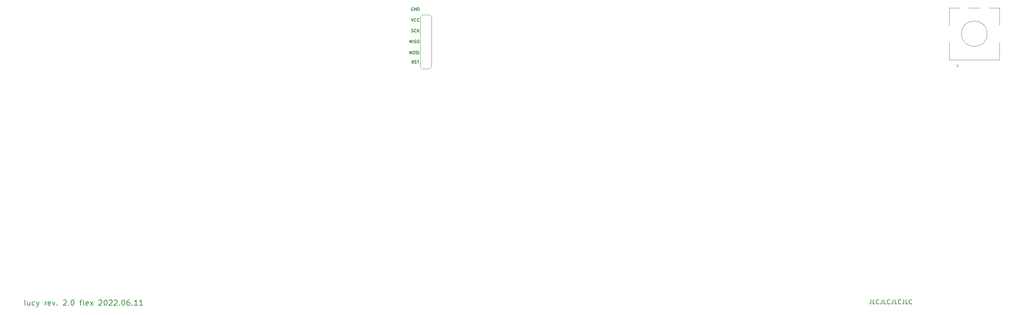
<source format=gto>
G04 #@! TF.GenerationSoftware,KiCad,Pcbnew,(6.0.5-0)*
G04 #@! TF.CreationDate,2022-06-11T09:38:02-05:00*
G04 #@! TF.ProjectId,pcb,7063622e-6b69-4636-9164-5f7063625858,rev?*
G04 #@! TF.SameCoordinates,Original*
G04 #@! TF.FileFunction,Legend,Top*
G04 #@! TF.FilePolarity,Positive*
%FSLAX46Y46*%
G04 Gerber Fmt 4.6, Leading zero omitted, Abs format (unit mm)*
G04 Created by KiCad (PCBNEW (6.0.5-0)) date 2022-06-11 09:38:02*
%MOMM*%
%LPD*%
G01*
G04 APERTURE LIST*
%ADD10C,0.150000*%
%ADD11C,0.200000*%
%ADD12C,0.120000*%
%ADD13C,3.000000*%
%ADD14C,1.750000*%
%ADD15C,3.987800*%
%ADD16R,2.000000X2.000000*%
%ADD17C,2.000000*%
%ADD18R,2.000000X3.200000*%
%ADD19C,3.800000*%
%ADD20O,1.700000X1.700000*%
%ADD21R,1.700000X1.700000*%
%ADD22C,0.650000*%
%ADD23O,1.300000X2.400000*%
%ADD24O,1.300000X1.900000*%
%ADD25C,1.700000*%
G04 APERTURE END LIST*
D10*
X296013577Y-115736694D02*
X296013577Y-116450980D01*
X295965958Y-116593837D01*
X295870720Y-116689075D01*
X295727863Y-116736694D01*
X295632625Y-116736694D01*
X296965958Y-116736694D02*
X296489767Y-116736694D01*
X296489767Y-115736694D01*
X297870720Y-116641456D02*
X297823101Y-116689075D01*
X297680244Y-116736694D01*
X297585005Y-116736694D01*
X297442148Y-116689075D01*
X297346910Y-116593837D01*
X297299291Y-116498599D01*
X297251672Y-116308123D01*
X297251672Y-116165266D01*
X297299291Y-115974790D01*
X297346910Y-115879552D01*
X297442148Y-115784314D01*
X297585005Y-115736694D01*
X297680244Y-115736694D01*
X297823101Y-115784314D01*
X297870720Y-115831933D01*
X298585005Y-115736694D02*
X298585005Y-116450980D01*
X298537386Y-116593837D01*
X298442148Y-116689075D01*
X298299291Y-116736694D01*
X298204053Y-116736694D01*
X299537386Y-116736694D02*
X299061196Y-116736694D01*
X299061196Y-115736694D01*
X300442148Y-116641456D02*
X300394529Y-116689075D01*
X300251672Y-116736694D01*
X300156434Y-116736694D01*
X300013577Y-116689075D01*
X299918339Y-116593837D01*
X299870720Y-116498599D01*
X299823101Y-116308123D01*
X299823101Y-116165266D01*
X299870720Y-115974790D01*
X299918339Y-115879552D01*
X300013577Y-115784314D01*
X300156434Y-115736694D01*
X300251672Y-115736694D01*
X300394529Y-115784314D01*
X300442148Y-115831933D01*
X301156434Y-115736694D02*
X301156434Y-116450980D01*
X301108815Y-116593837D01*
X301013577Y-116689075D01*
X300870720Y-116736694D01*
X300775482Y-116736694D01*
X302108815Y-116736694D02*
X301632625Y-116736694D01*
X301632625Y-115736694D01*
X303013577Y-116641456D02*
X302965958Y-116689075D01*
X302823101Y-116736694D01*
X302727863Y-116736694D01*
X302585005Y-116689075D01*
X302489767Y-116593837D01*
X302442148Y-116498599D01*
X302394529Y-116308123D01*
X302394529Y-116165266D01*
X302442148Y-115974790D01*
X302489767Y-115879552D01*
X302585005Y-115784314D01*
X302727863Y-115736694D01*
X302823101Y-115736694D01*
X302965958Y-115784314D01*
X303013577Y-115831933D01*
X303727863Y-115736694D02*
X303727863Y-116450980D01*
X303680244Y-116593837D01*
X303585005Y-116689075D01*
X303442148Y-116736694D01*
X303346910Y-116736694D01*
X304680244Y-116736694D02*
X304204053Y-116736694D01*
X304204053Y-115736694D01*
X305585005Y-116641456D02*
X305537386Y-116689075D01*
X305394529Y-116736694D01*
X305299291Y-116736694D01*
X305156434Y-116689075D01*
X305061196Y-116593837D01*
X305013577Y-116498599D01*
X304965958Y-116308123D01*
X304965958Y-116165266D01*
X305013577Y-115974790D01*
X305061196Y-115879552D01*
X305156434Y-115784314D01*
X305299291Y-115736694D01*
X305394529Y-115736694D01*
X305537386Y-115784314D01*
X305585005Y-115831933D01*
D11*
X97781689Y-117065476D02*
X97662641Y-117005952D01*
X97603118Y-116886904D01*
X97603118Y-115815476D01*
X98793594Y-116232142D02*
X98793594Y-117065476D01*
X98257880Y-116232142D02*
X98257880Y-116886904D01*
X98317403Y-117005952D01*
X98436451Y-117065476D01*
X98615022Y-117065476D01*
X98734070Y-117005952D01*
X98793594Y-116946428D01*
X99924546Y-117005952D02*
X99805499Y-117065476D01*
X99567403Y-117065476D01*
X99448356Y-117005952D01*
X99388832Y-116946428D01*
X99329308Y-116827380D01*
X99329308Y-116470238D01*
X99388832Y-116351190D01*
X99448356Y-116291666D01*
X99567403Y-116232142D01*
X99805499Y-116232142D01*
X99924546Y-116291666D01*
X100341213Y-116232142D02*
X100638832Y-117065476D01*
X100936451Y-116232142D02*
X100638832Y-117065476D01*
X100519784Y-117363095D01*
X100460260Y-117422619D01*
X100341213Y-117482142D01*
X102365022Y-117065476D02*
X102365022Y-116232142D01*
X102365022Y-116470238D02*
X102424546Y-116351190D01*
X102484070Y-116291666D01*
X102603118Y-116232142D01*
X102722165Y-116232142D01*
X103615022Y-117005952D02*
X103495975Y-117065476D01*
X103257880Y-117065476D01*
X103138832Y-117005952D01*
X103079308Y-116886904D01*
X103079308Y-116410714D01*
X103138832Y-116291666D01*
X103257880Y-116232142D01*
X103495975Y-116232142D01*
X103615022Y-116291666D01*
X103674546Y-116410714D01*
X103674546Y-116529761D01*
X103079308Y-116648809D01*
X104091213Y-116232142D02*
X104388832Y-117065476D01*
X104686451Y-116232142D01*
X105162641Y-116946428D02*
X105222165Y-117005952D01*
X105162641Y-117065476D01*
X105103118Y-117005952D01*
X105162641Y-116946428D01*
X105162641Y-117065476D01*
X106650737Y-115934523D02*
X106710260Y-115875000D01*
X106829308Y-115815476D01*
X107126927Y-115815476D01*
X107245975Y-115875000D01*
X107305499Y-115934523D01*
X107365022Y-116053571D01*
X107365022Y-116172619D01*
X107305499Y-116351190D01*
X106591213Y-117065476D01*
X107365022Y-117065476D01*
X107900737Y-116946428D02*
X107960260Y-117005952D01*
X107900737Y-117065476D01*
X107841213Y-117005952D01*
X107900737Y-116946428D01*
X107900737Y-117065476D01*
X108734070Y-115815476D02*
X108853118Y-115815476D01*
X108972165Y-115875000D01*
X109031689Y-115934523D01*
X109091213Y-116053571D01*
X109150737Y-116291666D01*
X109150737Y-116589285D01*
X109091213Y-116827380D01*
X109031689Y-116946428D01*
X108972165Y-117005952D01*
X108853118Y-117065476D01*
X108734070Y-117065476D01*
X108615022Y-117005952D01*
X108555499Y-116946428D01*
X108495975Y-116827380D01*
X108436451Y-116589285D01*
X108436451Y-116291666D01*
X108495975Y-116053571D01*
X108555499Y-115934523D01*
X108615022Y-115875000D01*
X108734070Y-115815476D01*
X110460260Y-116232142D02*
X110936451Y-116232142D01*
X110638832Y-117065476D02*
X110638832Y-115994047D01*
X110698356Y-115875000D01*
X110817403Y-115815476D01*
X110936451Y-115815476D01*
X111531689Y-117065476D02*
X111412641Y-117005952D01*
X111353118Y-116886904D01*
X111353118Y-115815476D01*
X112484070Y-117005952D02*
X112365022Y-117065476D01*
X112126927Y-117065476D01*
X112007880Y-117005952D01*
X111948356Y-116886904D01*
X111948356Y-116410714D01*
X112007880Y-116291666D01*
X112126927Y-116232142D01*
X112365022Y-116232142D01*
X112484070Y-116291666D01*
X112543594Y-116410714D01*
X112543594Y-116529761D01*
X111948356Y-116648809D01*
X112960260Y-117065476D02*
X113615022Y-116232142D01*
X112960260Y-116232142D02*
X113615022Y-117065476D01*
X114984070Y-115934523D02*
X115043594Y-115875000D01*
X115162641Y-115815476D01*
X115460260Y-115815476D01*
X115579308Y-115875000D01*
X115638832Y-115934523D01*
X115698356Y-116053571D01*
X115698356Y-116172619D01*
X115638832Y-116351190D01*
X114924546Y-117065476D01*
X115698356Y-117065476D01*
X116472165Y-115815476D02*
X116591213Y-115815476D01*
X116710260Y-115875000D01*
X116769784Y-115934523D01*
X116829308Y-116053571D01*
X116888832Y-116291666D01*
X116888832Y-116589285D01*
X116829308Y-116827380D01*
X116769784Y-116946428D01*
X116710260Y-117005952D01*
X116591213Y-117065476D01*
X116472165Y-117065476D01*
X116353118Y-117005952D01*
X116293594Y-116946428D01*
X116234070Y-116827380D01*
X116174546Y-116589285D01*
X116174546Y-116291666D01*
X116234070Y-116053571D01*
X116293594Y-115934523D01*
X116353118Y-115875000D01*
X116472165Y-115815476D01*
X117365022Y-115934523D02*
X117424546Y-115875000D01*
X117543594Y-115815476D01*
X117841213Y-115815476D01*
X117960260Y-115875000D01*
X118019784Y-115934523D01*
X118079308Y-116053571D01*
X118079308Y-116172619D01*
X118019784Y-116351190D01*
X117305499Y-117065476D01*
X118079308Y-117065476D01*
X118555499Y-115934523D02*
X118615022Y-115875000D01*
X118734070Y-115815476D01*
X119031689Y-115815476D01*
X119150737Y-115875000D01*
X119210260Y-115934523D01*
X119269784Y-116053571D01*
X119269784Y-116172619D01*
X119210260Y-116351190D01*
X118495975Y-117065476D01*
X119269784Y-117065476D01*
X119805499Y-116946428D02*
X119865022Y-117005952D01*
X119805499Y-117065476D01*
X119745975Y-117005952D01*
X119805499Y-116946428D01*
X119805499Y-117065476D01*
X120638832Y-115815476D02*
X120757880Y-115815476D01*
X120876927Y-115875000D01*
X120936451Y-115934523D01*
X120995975Y-116053571D01*
X121055499Y-116291666D01*
X121055499Y-116589285D01*
X120995975Y-116827380D01*
X120936451Y-116946428D01*
X120876927Y-117005952D01*
X120757880Y-117065476D01*
X120638832Y-117065476D01*
X120519784Y-117005952D01*
X120460260Y-116946428D01*
X120400737Y-116827380D01*
X120341213Y-116589285D01*
X120341213Y-116291666D01*
X120400737Y-116053571D01*
X120460260Y-115934523D01*
X120519784Y-115875000D01*
X120638832Y-115815476D01*
X122126927Y-115815476D02*
X121888832Y-115815476D01*
X121769784Y-115875000D01*
X121710260Y-115934523D01*
X121591213Y-116113095D01*
X121531689Y-116351190D01*
X121531689Y-116827380D01*
X121591213Y-116946428D01*
X121650737Y-117005952D01*
X121769784Y-117065476D01*
X122007880Y-117065476D01*
X122126927Y-117005952D01*
X122186451Y-116946428D01*
X122245975Y-116827380D01*
X122245975Y-116529761D01*
X122186451Y-116410714D01*
X122126927Y-116351190D01*
X122007880Y-116291666D01*
X121769784Y-116291666D01*
X121650737Y-116351190D01*
X121591213Y-116410714D01*
X121531689Y-116529761D01*
X122781689Y-116946428D02*
X122841213Y-117005952D01*
X122781689Y-117065476D01*
X122722165Y-117005952D01*
X122781689Y-116946428D01*
X122781689Y-117065476D01*
X124031689Y-117065476D02*
X123317403Y-117065476D01*
X123674546Y-117065476D02*
X123674546Y-115815476D01*
X123555499Y-115994047D01*
X123436451Y-116113095D01*
X123317403Y-116172619D01*
X125222165Y-117065476D02*
X124507880Y-117065476D01*
X124865022Y-117065476D02*
X124865022Y-115815476D01*
X124745975Y-115994047D01*
X124626927Y-116113095D01*
X124507880Y-116172619D01*
D10*
X187840225Y-57960616D02*
X187840225Y-57260616D01*
X188073558Y-57760616D01*
X188306891Y-57260616D01*
X188306891Y-57960616D01*
X188773558Y-57260616D02*
X188906891Y-57260616D01*
X188973558Y-57293950D01*
X189040225Y-57360616D01*
X189073558Y-57493950D01*
X189073558Y-57727283D01*
X189040225Y-57860616D01*
X188973558Y-57927283D01*
X188906891Y-57960616D01*
X188773558Y-57960616D01*
X188706891Y-57927283D01*
X188640225Y-57860616D01*
X188606891Y-57727283D01*
X188606891Y-57493950D01*
X188640225Y-57360616D01*
X188706891Y-57293950D01*
X188773558Y-57260616D01*
X189340225Y-57927283D02*
X189440225Y-57960616D01*
X189606891Y-57960616D01*
X189673558Y-57927283D01*
X189706891Y-57893950D01*
X189740225Y-57827283D01*
X189740225Y-57760616D01*
X189706891Y-57693950D01*
X189673558Y-57660616D01*
X189606891Y-57627283D01*
X189473558Y-57593950D01*
X189406891Y-57560616D01*
X189373558Y-57527283D01*
X189340225Y-57460616D01*
X189340225Y-57393950D01*
X189373558Y-57327283D01*
X189406891Y-57293950D01*
X189473558Y-57260616D01*
X189640225Y-57260616D01*
X189740225Y-57293950D01*
X190040225Y-57960616D02*
X190040225Y-57260616D01*
X187840225Y-55378112D02*
X187840225Y-54678112D01*
X188073558Y-55178112D01*
X188306891Y-54678112D01*
X188306891Y-55378112D01*
X188640225Y-55378112D02*
X188640225Y-54678112D01*
X188940225Y-55344779D02*
X189040225Y-55378112D01*
X189206891Y-55378112D01*
X189273558Y-55344779D01*
X189306891Y-55311446D01*
X189340225Y-55244779D01*
X189340225Y-55178112D01*
X189306891Y-55111446D01*
X189273558Y-55078112D01*
X189206891Y-55044779D01*
X189073558Y-55011446D01*
X189006891Y-54978112D01*
X188973558Y-54944779D01*
X188940225Y-54878112D01*
X188940225Y-54811446D01*
X188973558Y-54744779D01*
X189006891Y-54711446D01*
X189073558Y-54678112D01*
X189240225Y-54678112D01*
X189340225Y-54711446D01*
X189773558Y-54678112D02*
X189906891Y-54678112D01*
X189973558Y-54711446D01*
X190040225Y-54778112D01*
X190073558Y-54911446D01*
X190073558Y-55144779D01*
X190040225Y-55278112D01*
X189973558Y-55344779D01*
X189906891Y-55378112D01*
X189773558Y-55378112D01*
X189706891Y-55344779D01*
X189640225Y-55278112D01*
X189606891Y-55144779D01*
X189606891Y-54911446D01*
X189640225Y-54778112D01*
X189706891Y-54711446D01*
X189773558Y-54678112D01*
X188290225Y-52807283D02*
X188390225Y-52840616D01*
X188556891Y-52840616D01*
X188623558Y-52807283D01*
X188656891Y-52773950D01*
X188690225Y-52707283D01*
X188690225Y-52640616D01*
X188656891Y-52573950D01*
X188623558Y-52540616D01*
X188556891Y-52507283D01*
X188423558Y-52473950D01*
X188356891Y-52440616D01*
X188323558Y-52407283D01*
X188290225Y-52340616D01*
X188290225Y-52273950D01*
X188323558Y-52207283D01*
X188356891Y-52173950D01*
X188423558Y-52140616D01*
X188590225Y-52140616D01*
X188690225Y-52173950D01*
X189390225Y-52773950D02*
X189356891Y-52807283D01*
X189256891Y-52840616D01*
X189190225Y-52840616D01*
X189090225Y-52807283D01*
X189023558Y-52740616D01*
X188990225Y-52673950D01*
X188956891Y-52540616D01*
X188956891Y-52440616D01*
X188990225Y-52307283D01*
X189023558Y-52240616D01*
X189090225Y-52173950D01*
X189190225Y-52140616D01*
X189256891Y-52140616D01*
X189356891Y-52173950D01*
X189390225Y-52207283D01*
X189690225Y-52840616D02*
X189690225Y-52140616D01*
X190090225Y-52840616D02*
X189790225Y-52440616D01*
X190090225Y-52140616D02*
X189690225Y-52540616D01*
X188631979Y-47093950D02*
X188565313Y-47060616D01*
X188465313Y-47060616D01*
X188365313Y-47093950D01*
X188298646Y-47160616D01*
X188265313Y-47227283D01*
X188231979Y-47360616D01*
X188231979Y-47460616D01*
X188265313Y-47593950D01*
X188298646Y-47660616D01*
X188365313Y-47727283D01*
X188465313Y-47760616D01*
X188531979Y-47760616D01*
X188631979Y-47727283D01*
X188665313Y-47693950D01*
X188665313Y-47460616D01*
X188531979Y-47460616D01*
X188965313Y-47760616D02*
X188965313Y-47060616D01*
X189365313Y-47760616D01*
X189365313Y-47060616D01*
X189698646Y-47760616D02*
X189698646Y-47060616D01*
X189865313Y-47060616D01*
X189965313Y-47093950D01*
X190031979Y-47160616D01*
X190065313Y-47227283D01*
X190098646Y-47360616D01*
X190098646Y-47460616D01*
X190065313Y-47593950D01*
X190031979Y-47660616D01*
X189965313Y-47727283D01*
X189865313Y-47760616D01*
X189698646Y-47760616D01*
X188256891Y-49600616D02*
X188490225Y-50300616D01*
X188723558Y-49600616D01*
X189356891Y-50233950D02*
X189323558Y-50267283D01*
X189223558Y-50300616D01*
X189156891Y-50300616D01*
X189056891Y-50267283D01*
X188990225Y-50200616D01*
X188956891Y-50133950D01*
X188923558Y-50000616D01*
X188923558Y-49900616D01*
X188956891Y-49767283D01*
X188990225Y-49700616D01*
X189056891Y-49633950D01*
X189156891Y-49600616D01*
X189223558Y-49600616D01*
X189323558Y-49633950D01*
X189356891Y-49667283D01*
X190056891Y-50233950D02*
X190023558Y-50267283D01*
X189923558Y-50300616D01*
X189856891Y-50300616D01*
X189756891Y-50267283D01*
X189690225Y-50200616D01*
X189656891Y-50133950D01*
X189623558Y-50000616D01*
X189623558Y-49900616D01*
X189656891Y-49767283D01*
X189690225Y-49700616D01*
X189756891Y-49633950D01*
X189856891Y-49600616D01*
X189923558Y-49600616D01*
X190023558Y-49633950D01*
X190056891Y-49667283D01*
X188756891Y-60178112D02*
X188523558Y-59844779D01*
X188356891Y-60178112D02*
X188356891Y-59478112D01*
X188623558Y-59478112D01*
X188690225Y-59511446D01*
X188723558Y-59544779D01*
X188756891Y-59611446D01*
X188756891Y-59711446D01*
X188723558Y-59778112D01*
X188690225Y-59811446D01*
X188623558Y-59844779D01*
X188356891Y-59844779D01*
X189023558Y-60144779D02*
X189123558Y-60178112D01*
X189290225Y-60178112D01*
X189356891Y-60144779D01*
X189390225Y-60111446D01*
X189423558Y-60044779D01*
X189423558Y-59978112D01*
X189390225Y-59911446D01*
X189356891Y-59878112D01*
X189290225Y-59844779D01*
X189156891Y-59811446D01*
X189090225Y-59778112D01*
X189056891Y-59744779D01*
X189023558Y-59678112D01*
X189023558Y-59611446D01*
X189056891Y-59544779D01*
X189090225Y-59511446D01*
X189156891Y-59478112D01*
X189323558Y-59478112D01*
X189423558Y-59511446D01*
X189623558Y-59478112D02*
X190023558Y-59478112D01*
X189823558Y-60178112D02*
X189823558Y-59478112D01*
D12*
X314352725Y-55193950D02*
X314352725Y-59293950D01*
X316152725Y-60393950D02*
X316452725Y-60693950D01*
X318952725Y-47093950D02*
X321552725Y-47093950D01*
X316452725Y-60693950D02*
X316152725Y-60993950D01*
X326152725Y-55193950D02*
X326152725Y-59293950D01*
X326152725Y-47093950D02*
X326152725Y-51193950D01*
X314352725Y-47093950D02*
X316752725Y-47093950D01*
X323752725Y-47093950D02*
X326152725Y-47093950D01*
X314352725Y-51193950D02*
X314352725Y-47093950D01*
X314352725Y-59293950D02*
X326152725Y-59293950D01*
X316152725Y-60993950D02*
X316152725Y-60393950D01*
X323252725Y-53193950D02*
G75*
G03*
X323252725Y-53193950I-3000000J0D01*
G01*
X190865313Y-48713950D02*
X190335313Y-49243950D01*
X192465313Y-48713950D02*
X192995313Y-49143950D01*
X192465313Y-61473950D02*
X190865313Y-61473950D01*
X192995313Y-49143950D02*
X192995313Y-60943950D01*
X192465313Y-61473950D02*
X192995313Y-60943950D01*
X190865313Y-48713950D02*
X192465313Y-48713950D01*
X190865313Y-61473950D02*
X190335313Y-60943950D01*
X190335313Y-60943950D02*
X190335313Y-49243950D01*
%LPC*%
D13*
X121180225Y-50653950D03*
D14*
X119910225Y-53193950D03*
D15*
X124990225Y-53193950D03*
D13*
X127530225Y-48113950D03*
D14*
X130070225Y-53193950D03*
X206270225Y-53193950D03*
D13*
X203730225Y-48113950D03*
X197380225Y-50653950D03*
D14*
X196110225Y-53193950D03*
D15*
X201190225Y-53193950D03*
D14*
X187220225Y-53193950D03*
D13*
X178330225Y-50653950D03*
X184680225Y-48113950D03*
D14*
X177060225Y-53193950D03*
D15*
X182140225Y-53193950D03*
D14*
X168170225Y-53193950D03*
D15*
X163090225Y-53193950D03*
D13*
X165630225Y-48113950D03*
X159280225Y-50653950D03*
D14*
X158010225Y-53193950D03*
X81810225Y-53193950D03*
D15*
X86890225Y-53193950D03*
D13*
X83080225Y-50653950D03*
X89430225Y-48113950D03*
D14*
X91970225Y-53193950D03*
X225320225Y-53193950D03*
D13*
X222780225Y-48113950D03*
D15*
X220240225Y-53193950D03*
D14*
X215160225Y-53193950D03*
D13*
X216430225Y-50653950D03*
D14*
X244370225Y-53193950D03*
D13*
X235480225Y-50653950D03*
X241830225Y-48113950D03*
D14*
X234210225Y-53193950D03*
D15*
X239290225Y-53193950D03*
D14*
X91970225Y-72243950D03*
D15*
X86890225Y-72243950D03*
D13*
X83080225Y-69703950D03*
D14*
X81810225Y-72243950D03*
D13*
X89430225Y-67163950D03*
D14*
X111020225Y-72243950D03*
D13*
X102130225Y-69703950D03*
D14*
X100860225Y-72243950D03*
D13*
X108480225Y-67163950D03*
D15*
X105940225Y-72243950D03*
X144045399Y-72243950D03*
D13*
X146585399Y-67163950D03*
D14*
X138965399Y-72243950D03*
X149125399Y-72243950D03*
D13*
X140235399Y-69703950D03*
X273580225Y-50653950D03*
D15*
X277390225Y-53193950D03*
D13*
X279930225Y-48113950D03*
D14*
X272310225Y-53193950D03*
X282470225Y-53193950D03*
D13*
X165630225Y-67163950D03*
X159280225Y-69703950D03*
D14*
X168170225Y-72243950D03*
X158010225Y-72243950D03*
D15*
X163090225Y-72243950D03*
D14*
X187220225Y-72243950D03*
D15*
X182140225Y-72243950D03*
D14*
X177060225Y-72243950D03*
D13*
X184680225Y-67163950D03*
X178330225Y-69703950D03*
D14*
X196110225Y-72243950D03*
D15*
X201190225Y-72243950D03*
D13*
X203730225Y-67163950D03*
D14*
X206270225Y-72243950D03*
D13*
X197380225Y-69703950D03*
D14*
X111020225Y-110343950D03*
D15*
X105940225Y-110343950D03*
D14*
X100860225Y-110343950D03*
D13*
X108480225Y-105263950D03*
X102130225Y-107803950D03*
D14*
X119910225Y-110343950D03*
D13*
X127530225Y-105263950D03*
D14*
X130070225Y-110343950D03*
D15*
X124990225Y-110343950D03*
D13*
X121180225Y-107803950D03*
X140230225Y-107803950D03*
X146580225Y-105263950D03*
D15*
X144040225Y-110343950D03*
D14*
X149120225Y-110343950D03*
X138960225Y-110343950D03*
D13*
X159280225Y-107803950D03*
D14*
X168170225Y-110343950D03*
D13*
X165630225Y-105263950D03*
D14*
X158010225Y-110343950D03*
D15*
X163090225Y-110343950D03*
X182140225Y-110343950D03*
D14*
X187220225Y-110343950D03*
D13*
X178330225Y-107803950D03*
X184680225Y-105263950D03*
D14*
X177060225Y-110343950D03*
D15*
X220240225Y-110343950D03*
D14*
X225320225Y-110343950D03*
D13*
X222780225Y-105263950D03*
D14*
X215160225Y-110343950D03*
D13*
X216430225Y-107803950D03*
X241830225Y-105263950D03*
X235480225Y-107803950D03*
D14*
X244370225Y-110343950D03*
X234210225Y-110343950D03*
D15*
X239290225Y-110343950D03*
D14*
X253260225Y-110343950D03*
D13*
X254530225Y-107803950D03*
X260880225Y-105263950D03*
D14*
X263420225Y-110343950D03*
D15*
X258340225Y-110343950D03*
D13*
X279930225Y-105263950D03*
D15*
X277390225Y-110343950D03*
D14*
X282470225Y-110343950D03*
X272310225Y-110343950D03*
D13*
X273580225Y-107803950D03*
D14*
X196110225Y-110343950D03*
X206270225Y-110343950D03*
D13*
X203730225Y-105263950D03*
D15*
X201190225Y-110343950D03*
D13*
X197380225Y-107803950D03*
X279930225Y-86213950D03*
D15*
X277390225Y-91293950D03*
D13*
X273580225Y-88753950D03*
D14*
X272310225Y-91293950D03*
X282470225Y-91293950D03*
X253260225Y-91293950D03*
D13*
X260880225Y-86213950D03*
D15*
X258340225Y-91293950D03*
D13*
X254530225Y-88753950D03*
D14*
X263420225Y-91293950D03*
D13*
X216430225Y-88753950D03*
D14*
X215160225Y-91293950D03*
D13*
X222780225Y-86213950D03*
D14*
X225320225Y-91293950D03*
D15*
X220240225Y-91293950D03*
D14*
X187220225Y-91293950D03*
X177060225Y-91293950D03*
D15*
X182140225Y-91293950D03*
D13*
X184680225Y-86213950D03*
X178330225Y-88753950D03*
D14*
X138960225Y-91293950D03*
D13*
X146580225Y-86213950D03*
D14*
X149120225Y-91293950D03*
D15*
X144040225Y-91293950D03*
D13*
X140230225Y-88753950D03*
X83080225Y-88753950D03*
X89430225Y-86213950D03*
D14*
X91970225Y-91293950D03*
X81810225Y-91293950D03*
D15*
X86890225Y-91293950D03*
D14*
X158010225Y-91293950D03*
D13*
X159280225Y-88753950D03*
X165630225Y-86213950D03*
D14*
X168170225Y-91293950D03*
D15*
X163090225Y-91293950D03*
D13*
X298980225Y-67163950D03*
D14*
X301520225Y-72243950D03*
D13*
X292630225Y-69703950D03*
D14*
X291360225Y-72243950D03*
D15*
X296440225Y-72243950D03*
D13*
X127530225Y-86213950D03*
D14*
X130070225Y-91293950D03*
D13*
X121180225Y-88753950D03*
D14*
X119910225Y-91293950D03*
D15*
X124990225Y-91293950D03*
X105940225Y-91293950D03*
D14*
X111020225Y-91293950D03*
D13*
X108480225Y-86213950D03*
X102130225Y-88753950D03*
D14*
X100860225Y-91293950D03*
X263420225Y-72243950D03*
D13*
X260880225Y-67163950D03*
D15*
X258340225Y-72243950D03*
D13*
X254530225Y-69703950D03*
D14*
X253260225Y-72243950D03*
X234210225Y-72243950D03*
D13*
X241830225Y-67163950D03*
D15*
X239290225Y-72243950D03*
D13*
X235480225Y-69703950D03*
D14*
X244370225Y-72243950D03*
D13*
X273580225Y-69703950D03*
D15*
X277390225Y-72243950D03*
D14*
X282470225Y-72243950D03*
D13*
X279930225Y-67163950D03*
D14*
X272310225Y-72243950D03*
D13*
X298980225Y-105263950D03*
D14*
X291360225Y-110343950D03*
D15*
X296440225Y-110343950D03*
D14*
X301520225Y-110343950D03*
D13*
X292630225Y-107803950D03*
X298980225Y-86213950D03*
X292630225Y-88753950D03*
D15*
X296440225Y-91293950D03*
D14*
X301520225Y-91293950D03*
X291360225Y-91293950D03*
D13*
X292630225Y-50653950D03*
D15*
X296440225Y-53193950D03*
D14*
X301520225Y-53193950D03*
X291360225Y-53193950D03*
D13*
X298980225Y-48113950D03*
D16*
X317752725Y-60693950D03*
D17*
X322752725Y-60693950D03*
X320252725Y-60693950D03*
D18*
X314652725Y-53193950D03*
X325852725Y-53193950D03*
D17*
X322752725Y-46193950D03*
X317752725Y-46193950D03*
D13*
X108480225Y-48113950D03*
X102130225Y-50653950D03*
D14*
X111020225Y-53193950D03*
X100860225Y-53193950D03*
D15*
X105940225Y-53193950D03*
X144040225Y-53193950D03*
D14*
X149120225Y-53193950D03*
D13*
X140230225Y-50653950D03*
D14*
X138960225Y-53193950D03*
D13*
X146580225Y-48113950D03*
D15*
X320252785Y-110344230D03*
D13*
X322792785Y-105264230D03*
D14*
X315172785Y-110344230D03*
X325332785Y-110344230D03*
D13*
X316442785Y-107804230D03*
D14*
X315172785Y-72244070D03*
D13*
X316442785Y-69704070D03*
X322792785Y-67164070D03*
D14*
X325332785Y-72244070D03*
D15*
X320252785Y-72244070D03*
D13*
X316442785Y-88754150D03*
X322792785Y-86214150D03*
D14*
X325332785Y-91294150D03*
D15*
X320252785Y-91294150D03*
D14*
X315172785Y-91294150D03*
D15*
X201190225Y-91293950D03*
D13*
X203730225Y-86213950D03*
D14*
X206270225Y-91293950D03*
X196110225Y-91293950D03*
D13*
X197380225Y-88753950D03*
X241830225Y-86213950D03*
D14*
X244370225Y-91293950D03*
D15*
X239290225Y-91293950D03*
D14*
X234210225Y-91293950D03*
D13*
X235480225Y-88753950D03*
D14*
X91970225Y-110343950D03*
D13*
X89430225Y-105263950D03*
D14*
X81810225Y-110343950D03*
D13*
X83080225Y-107803950D03*
D15*
X86890225Y-110343950D03*
D13*
X254530225Y-50653950D03*
X260880225Y-48113950D03*
D14*
X253260225Y-53193950D03*
D15*
X258340225Y-53193950D03*
D14*
X263420225Y-53193950D03*
D13*
X121180225Y-69703950D03*
X127530225Y-67163950D03*
D14*
X119910225Y-72243950D03*
D15*
X124990225Y-72243950D03*
D14*
X130070225Y-72243950D03*
X215160225Y-72243950D03*
D15*
X220240225Y-72243950D03*
D13*
X222780225Y-67163950D03*
D14*
X225320225Y-72243950D03*
D13*
X216430225Y-69703950D03*
D19*
X308346661Y-53193950D03*
X286915393Y-62718958D03*
X286915393Y-100818990D03*
X96415233Y-100818990D03*
X102368363Y-62718958D03*
D14*
X325332725Y-53193950D03*
D15*
X320252725Y-53193950D03*
D14*
X315172725Y-53193950D03*
D20*
X191665313Y-60143950D03*
X191665313Y-49983950D03*
X191665313Y-55063950D03*
X191665313Y-57603950D03*
X191665313Y-52523950D03*
D21*
X191665313Y-47443950D03*
D22*
X93525217Y-42765450D03*
X99305217Y-42765450D03*
D23*
X92115217Y-43316450D03*
X100715217Y-43316450D03*
D24*
X100715217Y-39116450D03*
X92115217Y-39116450D03*
D25*
X308390225Y-67843950D03*
X308390225Y-70383950D03*
X308390225Y-72923950D03*
X308390225Y-65303950D03*
X308390225Y-62763950D03*
M02*

</source>
